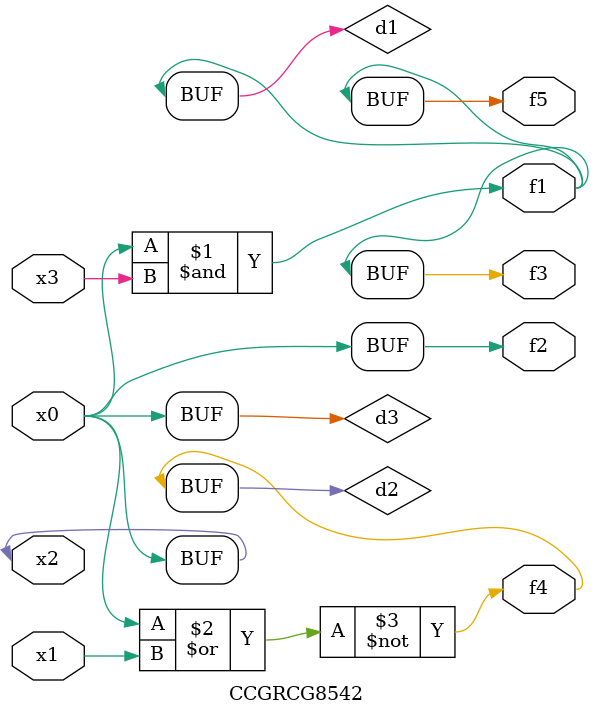
<source format=v>
module CCGRCG8542(
	input x0, x1, x2, x3,
	output f1, f2, f3, f4, f5
);

	wire d1, d2, d3;

	and (d1, x2, x3);
	nor (d2, x0, x1);
	buf (d3, x0, x2);
	assign f1 = d1;
	assign f2 = d3;
	assign f3 = d1;
	assign f4 = d2;
	assign f5 = d1;
endmodule

</source>
